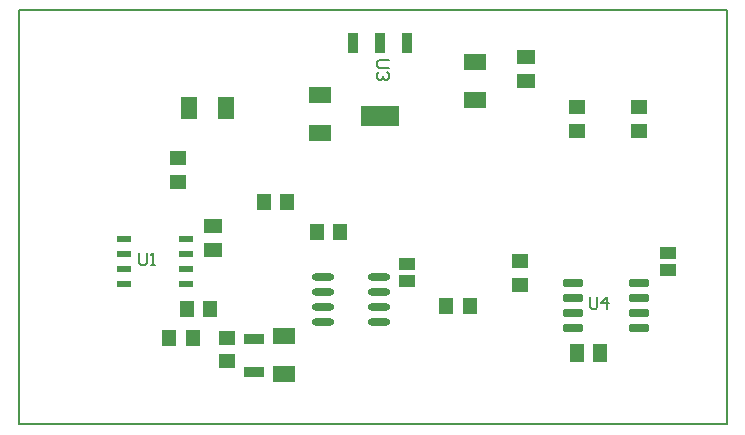
<source format=gtp>
G04 Layer_Color=8421504*
%FSLAX25Y25*%
%MOIN*%
G70*
G01*
G75*
%ADD10R,0.05118X0.06102*%
%ADD11R,0.06102X0.05118*%
G04:AMPARAMS|DCode=12|XSize=25.59mil|YSize=64.96mil|CornerRadius=1.92mil|HoleSize=0mil|Usage=FLASHONLY|Rotation=90.000|XOffset=0mil|YOffset=0mil|HoleType=Round|Shape=RoundedRectangle|*
%AMROUNDEDRECTD12*
21,1,0.02559,0.06112,0,0,90.0*
21,1,0.02175,0.06496,0,0,90.0*
1,1,0.00384,0.03056,0.01088*
1,1,0.00384,0.03056,-0.01088*
1,1,0.00384,-0.03056,-0.01088*
1,1,0.00384,-0.03056,0.01088*
%
%ADD12ROUNDEDRECTD12*%
%ADD13R,0.07480X0.05315*%
%ADD14R,0.05315X0.07480*%
G04:AMPARAMS|DCode=15|XSize=21.65mil|YSize=49.21mil|CornerRadius=1.95mil|HoleSize=0mil|Usage=FLASHONLY|Rotation=90.000|XOffset=0mil|YOffset=0mil|HoleType=Round|Shape=RoundedRectangle|*
%AMROUNDEDRECTD15*
21,1,0.02165,0.04532,0,0,90.0*
21,1,0.01776,0.04921,0,0,90.0*
1,1,0.00390,0.02266,0.00888*
1,1,0.00390,0.02266,-0.00888*
1,1,0.00390,-0.02266,-0.00888*
1,1,0.00390,-0.02266,0.00888*
%
%ADD15ROUNDEDRECTD15*%
G04:AMPARAMS|DCode=16|XSize=35.43mil|YSize=68.9mil|CornerRadius=1.95mil|HoleSize=0mil|Usage=FLASHONLY|Rotation=0.000|XOffset=0mil|YOffset=0mil|HoleType=Round|Shape=RoundedRectangle|*
%AMROUNDEDRECTD16*
21,1,0.03543,0.06500,0,0,0.0*
21,1,0.03154,0.06890,0,0,0.0*
1,1,0.00390,0.01577,-0.03250*
1,1,0.00390,-0.01577,-0.03250*
1,1,0.00390,-0.01577,0.03250*
1,1,0.00390,0.01577,0.03250*
%
%ADD16ROUNDEDRECTD16*%
G04:AMPARAMS|DCode=17|XSize=125.98mil|YSize=68.9mil|CornerRadius=2.07mil|HoleSize=0mil|Usage=FLASHONLY|Rotation=0.000|XOffset=0mil|YOffset=0mil|HoleType=Round|Shape=RoundedRectangle|*
%AMROUNDEDRECTD17*
21,1,0.12598,0.06476,0,0,0.0*
21,1,0.12185,0.06890,0,0,0.0*
1,1,0.00413,0.06093,-0.03238*
1,1,0.00413,-0.06093,-0.03238*
1,1,0.00413,-0.06093,0.03238*
1,1,0.00413,0.06093,0.03238*
%
%ADD17ROUNDEDRECTD17*%
%ADD18R,0.04724X0.05709*%
%ADD19R,0.05709X0.04724*%
%ADD20R,0.05315X0.04331*%
%ADD21R,0.06693X0.03740*%
%ADD22O,0.07480X0.02362*%
%ADD25C,0.00500*%
%ADD26C,0.00591*%
D10*
X186024Y23622D02*
D03*
X193898D02*
D03*
D11*
X64961Y65945D02*
D03*
Y58071D02*
D03*
X169000Y114378D02*
D03*
Y122252D02*
D03*
D12*
X184744Y46870D02*
D03*
Y41870D02*
D03*
Y36870D02*
D03*
Y31870D02*
D03*
X206988Y46870D02*
D03*
Y41870D02*
D03*
Y36870D02*
D03*
Y31870D02*
D03*
D13*
X100394Y109646D02*
D03*
Y97047D02*
D03*
X152000Y108016D02*
D03*
Y120614D02*
D03*
X88378Y16532D02*
D03*
Y29130D02*
D03*
D14*
X56693Y105315D02*
D03*
X69291D02*
D03*
D15*
X55961Y46484D02*
D03*
Y51484D02*
D03*
Y56484D02*
D03*
Y61484D02*
D03*
X35291Y46484D02*
D03*
Y51484D02*
D03*
Y56484D02*
D03*
Y61484D02*
D03*
D16*
X129555Y127118D02*
D03*
X120500D02*
D03*
X111445D02*
D03*
D17*
X120500Y102512D02*
D03*
D18*
X107283Y63976D02*
D03*
X99410D02*
D03*
X89567Y73819D02*
D03*
X81693D02*
D03*
X50197Y28543D02*
D03*
X58071D02*
D03*
X63976Y38386D02*
D03*
X56102D02*
D03*
X142559Y39370D02*
D03*
X150433D02*
D03*
D19*
X69378Y20894D02*
D03*
Y28768D02*
D03*
X206988Y105555D02*
D03*
Y97681D02*
D03*
X167323Y54134D02*
D03*
Y46260D02*
D03*
X186024Y97681D02*
D03*
Y105555D02*
D03*
X53150Y80709D02*
D03*
Y88583D02*
D03*
D20*
X129575Y47657D02*
D03*
Y53169D02*
D03*
X216535Y51378D02*
D03*
Y56890D02*
D03*
D21*
X78378Y17319D02*
D03*
Y28343D02*
D03*
D22*
X101575Y48913D02*
D03*
Y43913D02*
D03*
Y38913D02*
D03*
Y33913D02*
D03*
X120079Y48913D02*
D03*
Y43913D02*
D03*
Y38913D02*
D03*
Y33913D02*
D03*
D25*
X0Y137795D02*
X236221D01*
Y0D02*
Y137795D01*
X0Y0D02*
X236221D01*
X0D02*
Y137795D01*
D26*
X190366Y42306D02*
Y39026D01*
X191022Y38370D01*
X192334D01*
X192990Y39026D01*
Y42306D01*
X196270Y38370D02*
Y42306D01*
X194302Y40338D01*
X196926D01*
X40126Y56920D02*
Y53640D01*
X40782Y52984D01*
X42094D01*
X42750Y53640D01*
Y56920D01*
X44062Y52984D02*
X45374D01*
X44718D01*
Y56920D01*
X44062Y56264D01*
X123436Y121315D02*
X120156D01*
X119500Y120659D01*
Y119347D01*
X120156Y118691D01*
X123436D01*
X122780Y117379D02*
X123436Y116723D01*
Y115411D01*
X122780Y114755D01*
X122124D01*
X121468Y115411D01*
Y116067D01*
Y115411D01*
X120812Y114755D01*
X120156D01*
X119500Y115411D01*
Y116723D01*
X120156Y117379D01*
M02*

</source>
